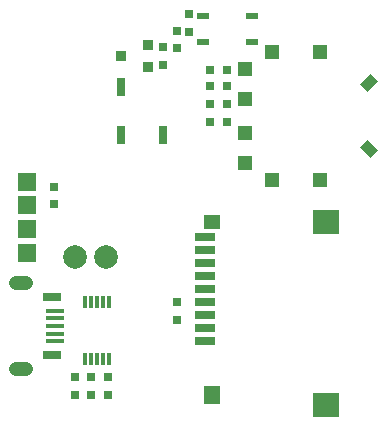
<source format=gbr>
%TF.GenerationSoftware,Altium Limited,Altium Designer,20.0.13 (296)*%
G04 Layer_Color=128*
%FSLAX25Y25*%
%MOIN*%
%TF.FileFunction,Paste,Bot*%
%TF.Part,Single*%
G01*
G75*
%TA.AperFunction,SMDPad,CuDef*%
%ADD10R,0.03150X0.02756*%
%ADD12R,0.02756X0.03150*%
%ADD25R,0.03740X0.03543*%
%ADD26R,0.03740X0.03543*%
%ADD51R,0.03150X0.05906*%
%ADD52R,0.03937X0.02362*%
%TA.AperFunction,ConnectorPad*%
%ADD53R,0.03150X0.02756*%
%TA.AperFunction,SMDPad,CuDef*%
%ADD54R,0.05906X0.05906*%
%ADD55C,0.07874*%
%TA.AperFunction,ConnectorPad*%
%ADD56R,0.05118X0.04724*%
%ADD57R,0.04724X0.05118*%
G04:AMPARAMS|DCode=58|XSize=33.47mil|YSize=47.24mil|CornerRadius=0mil|HoleSize=0mil|Usage=FLASHONLY|Rotation=45.000|XOffset=0mil|YOffset=0mil|HoleType=Round|Shape=Rectangle|*
%AMROTATEDRECTD58*
4,1,4,0.00487,-0.02854,-0.02854,0.00487,-0.00487,0.02854,0.02854,-0.00487,0.00487,-0.02854,0.0*
%
%ADD58ROTATEDRECTD58*%

G04:AMPARAMS|DCode=59|XSize=33.47mil|YSize=47.24mil|CornerRadius=0mil|HoleSize=0mil|Usage=FLASHONLY|Rotation=315.000|XOffset=0mil|YOffset=0mil|HoleType=Round|Shape=Rectangle|*
%AMROTATEDRECTD59*
4,1,4,-0.02854,-0.00487,0.00487,0.02854,0.02854,0.00487,-0.00487,-0.02854,-0.02854,-0.00487,0.0*
%
%ADD59ROTATEDRECTD59*%

%TA.AperFunction,SMDPad,CuDef*%
%ADD60R,0.07087X0.02756*%
%ADD61R,0.05512X0.04724*%
%ADD62R,0.08661X0.08000*%
%ADD63R,0.05512X0.06299*%
%TA.AperFunction,ConnectorPad*%
%ADD64R,0.05906X0.01575*%
%TA.AperFunction,SMDPad,CuDef*%
%ADD65R,0.01260X0.03937*%
%TA.AperFunction,NonConductor*%
%ADD104C,0.04724*%
%ADD105R,0.05906X0.03150*%
D10*
X61000Y141953D02*
D03*
Y136047D02*
D03*
X52500Y125047D02*
D03*
Y130953D02*
D03*
X57000Y40047D02*
D03*
Y45953D02*
D03*
X34000Y20953D02*
D03*
Y15047D02*
D03*
X28500Y20953D02*
D03*
Y15047D02*
D03*
X23000D02*
D03*
Y20953D02*
D03*
X16000Y84453D02*
D03*
Y78547D02*
D03*
D12*
X73953Y112000D02*
D03*
X68047D02*
D03*
Y123500D02*
D03*
X73953D02*
D03*
X68047Y118000D02*
D03*
X73953D02*
D03*
X68047Y106000D02*
D03*
X73953D02*
D03*
D25*
X47626Y131740D02*
D03*
X38374Y128000D02*
D03*
D26*
X47626Y124260D02*
D03*
D51*
X52390Y101626D02*
D03*
X38600Y117800D02*
D03*
X38610Y101626D02*
D03*
D52*
X82268Y132669D02*
D03*
Y141331D02*
D03*
X65732Y132669D02*
D03*
Y141331D02*
D03*
D53*
X57000Y136453D02*
D03*
Y130547D02*
D03*
D54*
X7071Y62472D02*
D03*
Y70346D02*
D03*
Y78220D02*
D03*
Y86094D02*
D03*
D55*
X23000Y61000D02*
D03*
X33500D02*
D03*
D56*
X104882Y86740D02*
D03*
X88740D02*
D03*
Y129260D02*
D03*
X104882D02*
D03*
D57*
X79685Y92252D02*
D03*
Y102193D02*
D03*
Y113807D02*
D03*
Y123748D02*
D03*
D58*
X121135Y96865D02*
D03*
D59*
Y119135D02*
D03*
D60*
X66500Y54654D02*
D03*
Y67646D02*
D03*
Y63315D02*
D03*
Y58984D02*
D03*
Y50323D02*
D03*
Y45992D02*
D03*
Y41661D02*
D03*
Y37331D02*
D03*
Y33000D02*
D03*
D61*
X68968Y72764D02*
D03*
D62*
X106764Y72764D02*
D03*
Y11740D02*
D03*
D63*
X68968Y14890D02*
D03*
D64*
X16590Y43118D02*
D03*
X16591Y40559D02*
D03*
Y38000D02*
D03*
Y35441D02*
D03*
Y32882D02*
D03*
D65*
X26500Y46000D02*
D03*
X28468D02*
D03*
X30437D02*
D03*
X32405D02*
D03*
X34374D02*
D03*
Y27102D02*
D03*
X32405D02*
D03*
X30437D02*
D03*
X28468D02*
D03*
X26500D02*
D03*
D104*
X3598Y52272D02*
X6748D01*
X3598Y23728D02*
X6748D01*
D105*
X15606Y28453D02*
D03*
Y47547D02*
D03*
%TF.MD5,c01d82057b5e144e10715aab35cc69b3*%
M02*

</source>
